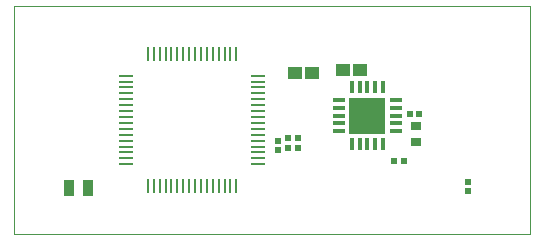
<source format=gtp>
G04*
G04 #@! TF.GenerationSoftware,Altium Limited,Altium Designer,20.1.12 (249)*
G04*
G04 Layer_Color=8421504*
%FSLAX44Y44*%
%MOMM*%
G71*
G04*
G04 #@! TF.SameCoordinates,46DEA70D-FA10-48AF-8CB5-142BA2C8E1A8*
G04*
G04*
G04 #@! TF.FilePolarity,Positive*
G04*
G01*
G75*
%ADD12C,0.1000*%
%ADD14R,0.9000X0.7500*%
%ADD15R,0.5000X0.5000*%
%ADD16R,1.2000X1.0000*%
%ADD17R,3.1500X3.1500*%
%ADD18R,1.0000X0.3500*%
%ADD19R,0.3500X1.0000*%
%ADD20R,0.5500X0.5500*%
%ADD21R,0.5000X0.5000*%
%ADD22R,0.2500X1.2000*%
%ADD23R,1.2000X0.2500*%
%ADD24R,0.9500X1.3500*%
D12*
X260000Y740000D02*
Y933040D01*
X696880Y740000D02*
Y933040D01*
X260000Y740000D02*
X696880D01*
X260000Y933040D02*
X696880D01*
D14*
X600940Y831270D02*
D03*
Y817270D02*
D03*
D15*
X644440Y775769D02*
D03*
Y783769D02*
D03*
X483774Y818676D02*
D03*
Y810676D02*
D03*
D16*
X553552Y878270D02*
D03*
X539328D02*
D03*
X512730Y875890D02*
D03*
X498506D02*
D03*
D17*
X559440Y840020D02*
D03*
D18*
X535440Y853020D02*
D03*
Y846520D02*
D03*
Y840020D02*
D03*
Y833520D02*
D03*
Y827020D02*
D03*
X583440D02*
D03*
Y833520D02*
D03*
Y840020D02*
D03*
Y846520D02*
D03*
Y853020D02*
D03*
D19*
X546440Y816020D02*
D03*
X552940D02*
D03*
X559440D02*
D03*
X565940D02*
D03*
X572440D02*
D03*
Y864020D02*
D03*
X565940D02*
D03*
X559440D02*
D03*
X552940D02*
D03*
X546440D02*
D03*
D20*
X595440Y841520D02*
D03*
X603440D02*
D03*
X492728Y820772D02*
D03*
X500728D02*
D03*
D21*
X590190Y801770D02*
D03*
X582190D02*
D03*
X500728Y812136D02*
D03*
X492728D02*
D03*
D22*
X373690Y892270D02*
D03*
X378690D02*
D03*
X383690D02*
D03*
X388690D02*
D03*
X393690D02*
D03*
X398690D02*
D03*
X403690D02*
D03*
X408690D02*
D03*
X413690D02*
D03*
X418690D02*
D03*
X423690D02*
D03*
X428690D02*
D03*
X433690D02*
D03*
X438690D02*
D03*
X443690D02*
D03*
X448690D02*
D03*
Y780270D02*
D03*
X443690D02*
D03*
X438690D02*
D03*
X433690D02*
D03*
X428690D02*
D03*
X423690D02*
D03*
X418690D02*
D03*
X413690D02*
D03*
X408690D02*
D03*
X403690D02*
D03*
X398690D02*
D03*
X393690D02*
D03*
X388690D02*
D03*
X383690D02*
D03*
X378690D02*
D03*
X373690D02*
D03*
D23*
X467190Y873770D02*
D03*
Y868770D02*
D03*
Y863770D02*
D03*
Y858770D02*
D03*
Y853770D02*
D03*
Y848770D02*
D03*
Y843770D02*
D03*
Y838770D02*
D03*
Y833770D02*
D03*
Y828770D02*
D03*
Y823770D02*
D03*
Y818770D02*
D03*
Y813770D02*
D03*
Y808770D02*
D03*
Y803770D02*
D03*
Y798770D02*
D03*
X355190D02*
D03*
Y803770D02*
D03*
Y808770D02*
D03*
Y813770D02*
D03*
Y818770D02*
D03*
Y823770D02*
D03*
Y828770D02*
D03*
Y833770D02*
D03*
Y838770D02*
D03*
Y843770D02*
D03*
Y848770D02*
D03*
Y853770D02*
D03*
Y858770D02*
D03*
Y863770D02*
D03*
Y868770D02*
D03*
Y873770D02*
D03*
D24*
X322864Y778862D02*
D03*
X306864D02*
D03*
M02*

</source>
